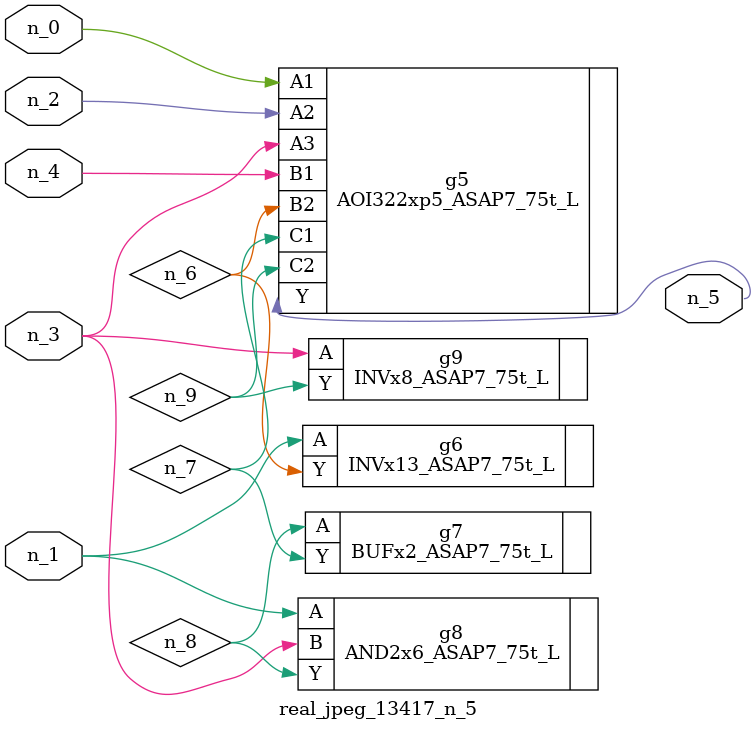
<source format=v>
module real_jpeg_13417_n_5 (n_4, n_0, n_1, n_2, n_3, n_5);

input n_4;
input n_0;
input n_1;
input n_2;
input n_3;

output n_5;

wire n_8;
wire n_6;
wire n_7;
wire n_9;

AOI322xp5_ASAP7_75t_L g5 ( 
.A1(n_0),
.A2(n_2),
.A3(n_3),
.B1(n_4),
.B2(n_6),
.C1(n_7),
.C2(n_9),
.Y(n_5)
);

INVx13_ASAP7_75t_L g6 ( 
.A(n_1),
.Y(n_6)
);

AND2x6_ASAP7_75t_L g8 ( 
.A(n_1),
.B(n_3),
.Y(n_8)
);

INVx8_ASAP7_75t_L g9 ( 
.A(n_3),
.Y(n_9)
);

BUFx2_ASAP7_75t_L g7 ( 
.A(n_8),
.Y(n_7)
);


endmodule
</source>
